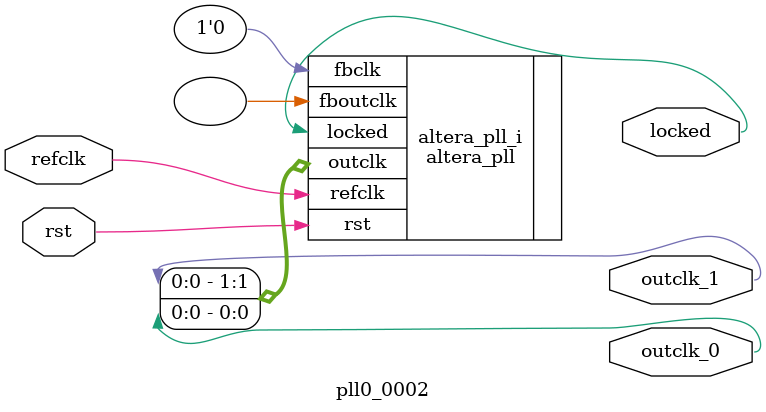
<source format=v>
`timescale 1ns/10ps
module  pll0_0002(

	// interface 'refclk'
	input wire refclk,

	// interface 'reset'
	input wire rst,

	// interface 'outclk0'
	output wire outclk_0,

	// interface 'outclk1'
	output wire outclk_1,

	// interface 'locked'
	output wire locked
);

	altera_pll #(
		.fractional_vco_multiplier("false"),
		.reference_clock_frequency("50.0 MHz"),
		.operation_mode("direct"),
		.number_of_clocks(2),
		.output_clock_frequency0("24.000000 MHz"),
		.phase_shift0("0 ps"),
		.duty_cycle0(50),
		.output_clock_frequency1("74.285714 MHz"),
		.phase_shift1("0 ps"),
		.duty_cycle1(50),
		.output_clock_frequency2("0 MHz"),
		.phase_shift2("0 ps"),
		.duty_cycle2(50),
		.output_clock_frequency3("0 MHz"),
		.phase_shift3("0 ps"),
		.duty_cycle3(50),
		.output_clock_frequency4("0 MHz"),
		.phase_shift4("0 ps"),
		.duty_cycle4(50),
		.output_clock_frequency5("0 MHz"),
		.phase_shift5("0 ps"),
		.duty_cycle5(50),
		.output_clock_frequency6("0 MHz"),
		.phase_shift6("0 ps"),
		.duty_cycle6(50),
		.output_clock_frequency7("0 MHz"),
		.phase_shift7("0 ps"),
		.duty_cycle7(50),
		.output_clock_frequency8("0 MHz"),
		.phase_shift8("0 ps"),
		.duty_cycle8(50),
		.output_clock_frequency9("0 MHz"),
		.phase_shift9("0 ps"),
		.duty_cycle9(50),
		.output_clock_frequency10("0 MHz"),
		.phase_shift10("0 ps"),
		.duty_cycle10(50),
		.output_clock_frequency11("0 MHz"),
		.phase_shift11("0 ps"),
		.duty_cycle11(50),
		.output_clock_frequency12("0 MHz"),
		.phase_shift12("0 ps"),
		.duty_cycle12(50),
		.output_clock_frequency13("0 MHz"),
		.phase_shift13("0 ps"),
		.duty_cycle13(50),
		.output_clock_frequency14("0 MHz"),
		.phase_shift14("0 ps"),
		.duty_cycle14(50),
		.output_clock_frequency15("0 MHz"),
		.phase_shift15("0 ps"),
		.duty_cycle15(50),
		.output_clock_frequency16("0 MHz"),
		.phase_shift16("0 ps"),
		.duty_cycle16(50),
		.output_clock_frequency17("0 MHz"),
		.phase_shift17("0 ps"),
		.duty_cycle17(50),
		.pll_type("General"),
		.pll_subtype("General")
	) altera_pll_i (
		.rst	(rst),
		.outclk	({outclk_1, outclk_0}),
		.locked	(locked),
		.fboutclk	( ),
		.fbclk	(1'b0),
		.refclk	(refclk)
	);
endmodule


</source>
